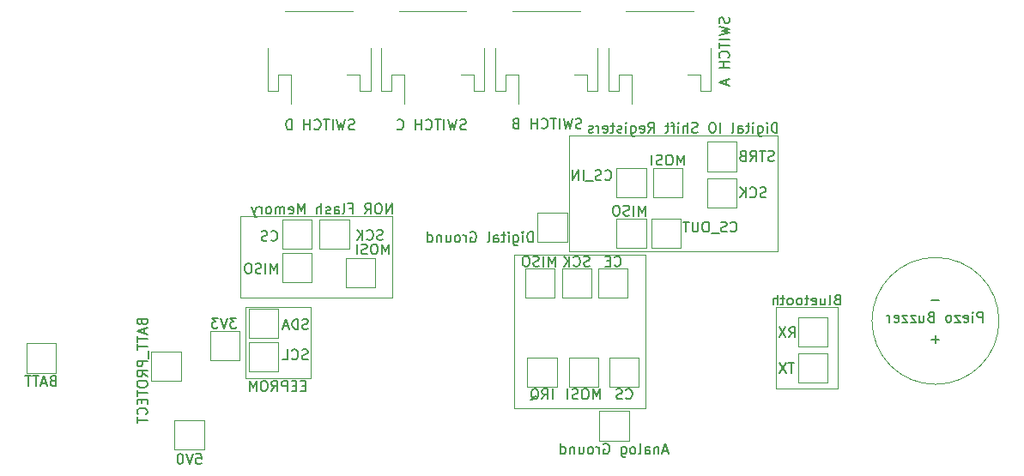
<source format=gbr>
%TF.GenerationSoftware,KiCad,Pcbnew,5.1.9-73d0e3b20d~88~ubuntu20.04.1*%
%TF.CreationDate,2021-03-25T20:20:19-05:00*%
%TF.ProjectId,DroneController,44726f6e-6543-46f6-9e74-726f6c6c6572,rev?*%
%TF.SameCoordinates,Original*%
%TF.FileFunction,Legend,Bot*%
%TF.FilePolarity,Positive*%
%FSLAX46Y46*%
G04 Gerber Fmt 4.6, Leading zero omitted, Abs format (unit mm)*
G04 Created by KiCad (PCBNEW 5.1.9-73d0e3b20d~88~ubuntu20.04.1) date 2021-03-25 20:20:19*
%MOMM*%
%LPD*%
G01*
G04 APERTURE LIST*
%ADD10C,0.150000*%
%ADD11C,0.120000*%
G04 APERTURE END LIST*
D10*
X183204761Y-81390476D02*
X183252380Y-81533333D01*
X183252380Y-81771428D01*
X183204761Y-81866666D01*
X183157142Y-81914285D01*
X183061904Y-81961904D01*
X182966666Y-81961904D01*
X182871428Y-81914285D01*
X182823809Y-81866666D01*
X182776190Y-81771428D01*
X182728571Y-81580952D01*
X182680952Y-81485714D01*
X182633333Y-81438095D01*
X182538095Y-81390476D01*
X182442857Y-81390476D01*
X182347619Y-81438095D01*
X182300000Y-81485714D01*
X182252380Y-81580952D01*
X182252380Y-81819047D01*
X182300000Y-81961904D01*
X182252380Y-82295238D02*
X183252380Y-82533333D01*
X182538095Y-82723809D01*
X183252380Y-82914285D01*
X182252380Y-83152380D01*
X183252380Y-83533333D02*
X182252380Y-83533333D01*
X182252380Y-83866666D02*
X182252380Y-84438095D01*
X183252380Y-84152380D02*
X182252380Y-84152380D01*
X183157142Y-85342857D02*
X183204761Y-85295238D01*
X183252380Y-85152380D01*
X183252380Y-85057142D01*
X183204761Y-84914285D01*
X183109523Y-84819047D01*
X183014285Y-84771428D01*
X182823809Y-84723809D01*
X182680952Y-84723809D01*
X182490476Y-84771428D01*
X182395238Y-84819047D01*
X182300000Y-84914285D01*
X182252380Y-85057142D01*
X182252380Y-85152380D01*
X182300000Y-85295238D01*
X182347619Y-85342857D01*
X183252380Y-85771428D02*
X182252380Y-85771428D01*
X182728571Y-85771428D02*
X182728571Y-86342857D01*
X183252380Y-86342857D02*
X182252380Y-86342857D01*
X182966666Y-87533333D02*
X182966666Y-88009523D01*
X183252380Y-87438095D02*
X182252380Y-87771428D01*
X183252380Y-88104761D01*
X168680952Y-92304761D02*
X168538095Y-92352380D01*
X168300000Y-92352380D01*
X168204761Y-92304761D01*
X168157142Y-92257142D01*
X168109523Y-92161904D01*
X168109523Y-92066666D01*
X168157142Y-91971428D01*
X168204761Y-91923809D01*
X168300000Y-91876190D01*
X168490476Y-91828571D01*
X168585714Y-91780952D01*
X168633333Y-91733333D01*
X168680952Y-91638095D01*
X168680952Y-91542857D01*
X168633333Y-91447619D01*
X168585714Y-91400000D01*
X168490476Y-91352380D01*
X168252380Y-91352380D01*
X168109523Y-91400000D01*
X167776190Y-91352380D02*
X167538095Y-92352380D01*
X167347619Y-91638095D01*
X167157142Y-92352380D01*
X166919047Y-91352380D01*
X166538095Y-92352380D02*
X166538095Y-91352380D01*
X166204761Y-91352380D02*
X165633333Y-91352380D01*
X165919047Y-92352380D02*
X165919047Y-91352380D01*
X164728571Y-92257142D02*
X164776190Y-92304761D01*
X164919047Y-92352380D01*
X165014285Y-92352380D01*
X165157142Y-92304761D01*
X165252380Y-92209523D01*
X165300000Y-92114285D01*
X165347619Y-91923809D01*
X165347619Y-91780952D01*
X165300000Y-91590476D01*
X165252380Y-91495238D01*
X165157142Y-91400000D01*
X165014285Y-91352380D01*
X164919047Y-91352380D01*
X164776190Y-91400000D01*
X164728571Y-91447619D01*
X164300000Y-92352380D02*
X164300000Y-91352380D01*
X164300000Y-91828571D02*
X163728571Y-91828571D01*
X163728571Y-92352380D02*
X163728571Y-91352380D01*
X162157142Y-91828571D02*
X162014285Y-91876190D01*
X161966666Y-91923809D01*
X161919047Y-92019047D01*
X161919047Y-92161904D01*
X161966666Y-92257142D01*
X162014285Y-92304761D01*
X162109523Y-92352380D01*
X162490476Y-92352380D01*
X162490476Y-91352380D01*
X162157142Y-91352380D01*
X162061904Y-91400000D01*
X162014285Y-91447619D01*
X161966666Y-91542857D01*
X161966666Y-91638095D01*
X162014285Y-91733333D01*
X162061904Y-91780952D01*
X162157142Y-91828571D01*
X162490476Y-91828571D01*
X157280952Y-92404761D02*
X157138095Y-92452380D01*
X156900000Y-92452380D01*
X156804761Y-92404761D01*
X156757142Y-92357142D01*
X156709523Y-92261904D01*
X156709523Y-92166666D01*
X156757142Y-92071428D01*
X156804761Y-92023809D01*
X156900000Y-91976190D01*
X157090476Y-91928571D01*
X157185714Y-91880952D01*
X157233333Y-91833333D01*
X157280952Y-91738095D01*
X157280952Y-91642857D01*
X157233333Y-91547619D01*
X157185714Y-91500000D01*
X157090476Y-91452380D01*
X156852380Y-91452380D01*
X156709523Y-91500000D01*
X156376190Y-91452380D02*
X156138095Y-92452380D01*
X155947619Y-91738095D01*
X155757142Y-92452380D01*
X155519047Y-91452380D01*
X155138095Y-92452380D02*
X155138095Y-91452380D01*
X154804761Y-91452380D02*
X154233333Y-91452380D01*
X154519047Y-92452380D02*
X154519047Y-91452380D01*
X153328571Y-92357142D02*
X153376190Y-92404761D01*
X153519047Y-92452380D01*
X153614285Y-92452380D01*
X153757142Y-92404761D01*
X153852380Y-92309523D01*
X153900000Y-92214285D01*
X153947619Y-92023809D01*
X153947619Y-91880952D01*
X153900000Y-91690476D01*
X153852380Y-91595238D01*
X153757142Y-91500000D01*
X153614285Y-91452380D01*
X153519047Y-91452380D01*
X153376190Y-91500000D01*
X153328571Y-91547619D01*
X152900000Y-92452380D02*
X152900000Y-91452380D01*
X152900000Y-91928571D02*
X152328571Y-91928571D01*
X152328571Y-92452380D02*
X152328571Y-91452380D01*
X150519047Y-92357142D02*
X150566666Y-92404761D01*
X150709523Y-92452380D01*
X150804761Y-92452380D01*
X150947619Y-92404761D01*
X151042857Y-92309523D01*
X151090476Y-92214285D01*
X151138095Y-92023809D01*
X151138095Y-91880952D01*
X151090476Y-91690476D01*
X151042857Y-91595238D01*
X150947619Y-91500000D01*
X150804761Y-91452380D01*
X150709523Y-91452380D01*
X150566666Y-91500000D01*
X150519047Y-91547619D01*
X146280952Y-92404761D02*
X146138095Y-92452380D01*
X145900000Y-92452380D01*
X145804761Y-92404761D01*
X145757142Y-92357142D01*
X145709523Y-92261904D01*
X145709523Y-92166666D01*
X145757142Y-92071428D01*
X145804761Y-92023809D01*
X145900000Y-91976190D01*
X146090476Y-91928571D01*
X146185714Y-91880952D01*
X146233333Y-91833333D01*
X146280952Y-91738095D01*
X146280952Y-91642857D01*
X146233333Y-91547619D01*
X146185714Y-91500000D01*
X146090476Y-91452380D01*
X145852380Y-91452380D01*
X145709523Y-91500000D01*
X145376190Y-91452380D02*
X145138095Y-92452380D01*
X144947619Y-91738095D01*
X144757142Y-92452380D01*
X144519047Y-91452380D01*
X144138095Y-92452380D02*
X144138095Y-91452380D01*
X143804761Y-91452380D02*
X143233333Y-91452380D01*
X143519047Y-92452380D02*
X143519047Y-91452380D01*
X142328571Y-92357142D02*
X142376190Y-92404761D01*
X142519047Y-92452380D01*
X142614285Y-92452380D01*
X142757142Y-92404761D01*
X142852380Y-92309523D01*
X142900000Y-92214285D01*
X142947619Y-92023809D01*
X142947619Y-91880952D01*
X142900000Y-91690476D01*
X142852380Y-91595238D01*
X142757142Y-91500000D01*
X142614285Y-91452380D01*
X142519047Y-91452380D01*
X142376190Y-91500000D01*
X142328571Y-91547619D01*
X141900000Y-92452380D02*
X141900000Y-91452380D01*
X141900000Y-91928571D02*
X141328571Y-91928571D01*
X141328571Y-92452380D02*
X141328571Y-91452380D01*
X140090476Y-92452380D02*
X140090476Y-91452380D01*
X139852380Y-91452380D01*
X139709523Y-91500000D01*
X139614285Y-91595238D01*
X139566666Y-91690476D01*
X139519047Y-91880952D01*
X139519047Y-92023809D01*
X139566666Y-92214285D01*
X139614285Y-92309523D01*
X139709523Y-92404761D01*
X139852380Y-92452380D01*
X140090476Y-92452380D01*
D11*
X209864982Y-111335018D02*
G75*
G03*
X209864982Y-111335018I-6264982J0D01*
G01*
D10*
X208266666Y-111452380D02*
X208266666Y-110452380D01*
X207885714Y-110452380D01*
X207790476Y-110500000D01*
X207742857Y-110547619D01*
X207695238Y-110642857D01*
X207695238Y-110785714D01*
X207742857Y-110880952D01*
X207790476Y-110928571D01*
X207885714Y-110976190D01*
X208266666Y-110976190D01*
X207266666Y-111452380D02*
X207266666Y-110785714D01*
X207266666Y-110452380D02*
X207314285Y-110500000D01*
X207266666Y-110547619D01*
X207219047Y-110500000D01*
X207266666Y-110452380D01*
X207266666Y-110547619D01*
X206409523Y-111404761D02*
X206504761Y-111452380D01*
X206695238Y-111452380D01*
X206790476Y-111404761D01*
X206838095Y-111309523D01*
X206838095Y-110928571D01*
X206790476Y-110833333D01*
X206695238Y-110785714D01*
X206504761Y-110785714D01*
X206409523Y-110833333D01*
X206361904Y-110928571D01*
X206361904Y-111023809D01*
X206838095Y-111119047D01*
X206028571Y-110785714D02*
X205504761Y-110785714D01*
X206028571Y-111452380D01*
X205504761Y-111452380D01*
X204980952Y-111452380D02*
X205076190Y-111404761D01*
X205123809Y-111357142D01*
X205171428Y-111261904D01*
X205171428Y-110976190D01*
X205123809Y-110880952D01*
X205076190Y-110833333D01*
X204980952Y-110785714D01*
X204838095Y-110785714D01*
X204742857Y-110833333D01*
X204695238Y-110880952D01*
X204647619Y-110976190D01*
X204647619Y-111261904D01*
X204695238Y-111357142D01*
X204742857Y-111404761D01*
X204838095Y-111452380D01*
X204980952Y-111452380D01*
X203123809Y-110928571D02*
X202980952Y-110976190D01*
X202933333Y-111023809D01*
X202885714Y-111119047D01*
X202885714Y-111261904D01*
X202933333Y-111357142D01*
X202980952Y-111404761D01*
X203076190Y-111452380D01*
X203457142Y-111452380D01*
X203457142Y-110452380D01*
X203123809Y-110452380D01*
X203028571Y-110500000D01*
X202980952Y-110547619D01*
X202933333Y-110642857D01*
X202933333Y-110738095D01*
X202980952Y-110833333D01*
X203028571Y-110880952D01*
X203123809Y-110928571D01*
X203457142Y-110928571D01*
X202028571Y-110785714D02*
X202028571Y-111452380D01*
X202457142Y-110785714D02*
X202457142Y-111309523D01*
X202409523Y-111404761D01*
X202314285Y-111452380D01*
X202171428Y-111452380D01*
X202076190Y-111404761D01*
X202028571Y-111357142D01*
X201647619Y-110785714D02*
X201123809Y-110785714D01*
X201647619Y-111452380D01*
X201123809Y-111452380D01*
X200838095Y-110785714D02*
X200314285Y-110785714D01*
X200838095Y-111452380D01*
X200314285Y-111452380D01*
X199552380Y-111404761D02*
X199647619Y-111452380D01*
X199838095Y-111452380D01*
X199933333Y-111404761D01*
X199980952Y-111309523D01*
X199980952Y-110928571D01*
X199933333Y-110833333D01*
X199838095Y-110785714D01*
X199647619Y-110785714D01*
X199552380Y-110833333D01*
X199504761Y-110928571D01*
X199504761Y-111023809D01*
X199980952Y-111119047D01*
X199076190Y-111452380D02*
X199076190Y-110785714D01*
X199076190Y-110976190D02*
X199028571Y-110880952D01*
X198980952Y-110833333D01*
X198885714Y-110785714D01*
X198790476Y-110785714D01*
X141461904Y-117728571D02*
X141128571Y-117728571D01*
X140985714Y-118252380D02*
X141461904Y-118252380D01*
X141461904Y-117252380D01*
X140985714Y-117252380D01*
X140557142Y-117728571D02*
X140223809Y-117728571D01*
X140080952Y-118252380D02*
X140557142Y-118252380D01*
X140557142Y-117252380D01*
X140080952Y-117252380D01*
X139652380Y-118252380D02*
X139652380Y-117252380D01*
X139271428Y-117252380D01*
X139176190Y-117300000D01*
X139128571Y-117347619D01*
X139080952Y-117442857D01*
X139080952Y-117585714D01*
X139128571Y-117680952D01*
X139176190Y-117728571D01*
X139271428Y-117776190D01*
X139652380Y-117776190D01*
X138080952Y-118252380D02*
X138414285Y-117776190D01*
X138652380Y-118252380D02*
X138652380Y-117252380D01*
X138271428Y-117252380D01*
X138176190Y-117300000D01*
X138128571Y-117347619D01*
X138080952Y-117442857D01*
X138080952Y-117585714D01*
X138128571Y-117680952D01*
X138176190Y-117728571D01*
X138271428Y-117776190D01*
X138652380Y-117776190D01*
X137461904Y-117252380D02*
X137271428Y-117252380D01*
X137176190Y-117300000D01*
X137080952Y-117395238D01*
X137033333Y-117585714D01*
X137033333Y-117919047D01*
X137080952Y-118109523D01*
X137176190Y-118204761D01*
X137271428Y-118252380D01*
X137461904Y-118252380D01*
X137557142Y-118204761D01*
X137652380Y-118109523D01*
X137700000Y-117919047D01*
X137700000Y-117585714D01*
X137652380Y-117395238D01*
X137557142Y-117300000D01*
X137461904Y-117252380D01*
X136604761Y-118252380D02*
X136604761Y-117252380D01*
X136271428Y-117966666D01*
X135938095Y-117252380D01*
X135938095Y-118252380D01*
X149980952Y-100752380D02*
X149980952Y-99752380D01*
X149409523Y-100752380D01*
X149409523Y-99752380D01*
X148742857Y-99752380D02*
X148552380Y-99752380D01*
X148457142Y-99800000D01*
X148361904Y-99895238D01*
X148314285Y-100085714D01*
X148314285Y-100419047D01*
X148361904Y-100609523D01*
X148457142Y-100704761D01*
X148552380Y-100752380D01*
X148742857Y-100752380D01*
X148838095Y-100704761D01*
X148933333Y-100609523D01*
X148980952Y-100419047D01*
X148980952Y-100085714D01*
X148933333Y-99895238D01*
X148838095Y-99800000D01*
X148742857Y-99752380D01*
X147314285Y-100752380D02*
X147647619Y-100276190D01*
X147885714Y-100752380D02*
X147885714Y-99752380D01*
X147504761Y-99752380D01*
X147409523Y-99800000D01*
X147361904Y-99847619D01*
X147314285Y-99942857D01*
X147314285Y-100085714D01*
X147361904Y-100180952D01*
X147409523Y-100228571D01*
X147504761Y-100276190D01*
X147885714Y-100276190D01*
X145790476Y-100228571D02*
X146123809Y-100228571D01*
X146123809Y-100752380D02*
X146123809Y-99752380D01*
X145647619Y-99752380D01*
X145123809Y-100752380D02*
X145219047Y-100704761D01*
X145266666Y-100609523D01*
X145266666Y-99752380D01*
X144314285Y-100752380D02*
X144314285Y-100228571D01*
X144361904Y-100133333D01*
X144457142Y-100085714D01*
X144647619Y-100085714D01*
X144742857Y-100133333D01*
X144314285Y-100704761D02*
X144409523Y-100752380D01*
X144647619Y-100752380D01*
X144742857Y-100704761D01*
X144790476Y-100609523D01*
X144790476Y-100514285D01*
X144742857Y-100419047D01*
X144647619Y-100371428D01*
X144409523Y-100371428D01*
X144314285Y-100323809D01*
X143885714Y-100704761D02*
X143790476Y-100752380D01*
X143600000Y-100752380D01*
X143504761Y-100704761D01*
X143457142Y-100609523D01*
X143457142Y-100561904D01*
X143504761Y-100466666D01*
X143600000Y-100419047D01*
X143742857Y-100419047D01*
X143838095Y-100371428D01*
X143885714Y-100276190D01*
X143885714Y-100228571D01*
X143838095Y-100133333D01*
X143742857Y-100085714D01*
X143600000Y-100085714D01*
X143504761Y-100133333D01*
X143028571Y-100752380D02*
X143028571Y-99752380D01*
X142600000Y-100752380D02*
X142600000Y-100228571D01*
X142647619Y-100133333D01*
X142742857Y-100085714D01*
X142885714Y-100085714D01*
X142980952Y-100133333D01*
X143028571Y-100180952D01*
X141361904Y-100752380D02*
X141361904Y-99752380D01*
X141028571Y-100466666D01*
X140695238Y-99752380D01*
X140695238Y-100752380D01*
X139838095Y-100704761D02*
X139933333Y-100752380D01*
X140123809Y-100752380D01*
X140219047Y-100704761D01*
X140266666Y-100609523D01*
X140266666Y-100228571D01*
X140219047Y-100133333D01*
X140123809Y-100085714D01*
X139933333Y-100085714D01*
X139838095Y-100133333D01*
X139790476Y-100228571D01*
X139790476Y-100323809D01*
X140266666Y-100419047D01*
X139361904Y-100752380D02*
X139361904Y-100085714D01*
X139361904Y-100180952D02*
X139314285Y-100133333D01*
X139219047Y-100085714D01*
X139076190Y-100085714D01*
X138980952Y-100133333D01*
X138933333Y-100228571D01*
X138933333Y-100752380D01*
X138933333Y-100228571D02*
X138885714Y-100133333D01*
X138790476Y-100085714D01*
X138647619Y-100085714D01*
X138552380Y-100133333D01*
X138504761Y-100228571D01*
X138504761Y-100752380D01*
X137885714Y-100752380D02*
X137980952Y-100704761D01*
X138028571Y-100657142D01*
X138076190Y-100561904D01*
X138076190Y-100276190D01*
X138028571Y-100180952D01*
X137980952Y-100133333D01*
X137885714Y-100085714D01*
X137742857Y-100085714D01*
X137647619Y-100133333D01*
X137600000Y-100180952D01*
X137552380Y-100276190D01*
X137552380Y-100561904D01*
X137600000Y-100657142D01*
X137647619Y-100704761D01*
X137742857Y-100752380D01*
X137885714Y-100752380D01*
X137123809Y-100752380D02*
X137123809Y-100085714D01*
X137123809Y-100276190D02*
X137076190Y-100180952D01*
X137028571Y-100133333D01*
X136933333Y-100085714D01*
X136838095Y-100085714D01*
X136600000Y-100085714D02*
X136361904Y-100752380D01*
X136123809Y-100085714D02*
X136361904Y-100752380D01*
X136457142Y-100990476D01*
X136504761Y-101038095D01*
X136600000Y-101085714D01*
X187985714Y-92752380D02*
X187985714Y-91752380D01*
X187747619Y-91752380D01*
X187604761Y-91800000D01*
X187509523Y-91895238D01*
X187461904Y-91990476D01*
X187414285Y-92180952D01*
X187414285Y-92323809D01*
X187461904Y-92514285D01*
X187509523Y-92609523D01*
X187604761Y-92704761D01*
X187747619Y-92752380D01*
X187985714Y-92752380D01*
X186985714Y-92752380D02*
X186985714Y-92085714D01*
X186985714Y-91752380D02*
X187033333Y-91800000D01*
X186985714Y-91847619D01*
X186938095Y-91800000D01*
X186985714Y-91752380D01*
X186985714Y-91847619D01*
X186080952Y-92085714D02*
X186080952Y-92895238D01*
X186128571Y-92990476D01*
X186176190Y-93038095D01*
X186271428Y-93085714D01*
X186414285Y-93085714D01*
X186509523Y-93038095D01*
X186080952Y-92704761D02*
X186176190Y-92752380D01*
X186366666Y-92752380D01*
X186461904Y-92704761D01*
X186509523Y-92657142D01*
X186557142Y-92561904D01*
X186557142Y-92276190D01*
X186509523Y-92180952D01*
X186461904Y-92133333D01*
X186366666Y-92085714D01*
X186176190Y-92085714D01*
X186080952Y-92133333D01*
X185604761Y-92752380D02*
X185604761Y-92085714D01*
X185604761Y-91752380D02*
X185652380Y-91800000D01*
X185604761Y-91847619D01*
X185557142Y-91800000D01*
X185604761Y-91752380D01*
X185604761Y-91847619D01*
X185271428Y-92085714D02*
X184890476Y-92085714D01*
X185128571Y-91752380D02*
X185128571Y-92609523D01*
X185080952Y-92704761D01*
X184985714Y-92752380D01*
X184890476Y-92752380D01*
X184128571Y-92752380D02*
X184128571Y-92228571D01*
X184176190Y-92133333D01*
X184271428Y-92085714D01*
X184461904Y-92085714D01*
X184557142Y-92133333D01*
X184128571Y-92704761D02*
X184223809Y-92752380D01*
X184461904Y-92752380D01*
X184557142Y-92704761D01*
X184604761Y-92609523D01*
X184604761Y-92514285D01*
X184557142Y-92419047D01*
X184461904Y-92371428D01*
X184223809Y-92371428D01*
X184128571Y-92323809D01*
X183509523Y-92752380D02*
X183604761Y-92704761D01*
X183652380Y-92609523D01*
X183652380Y-91752380D01*
X182366666Y-92752380D02*
X182366666Y-91752380D01*
X181700000Y-91752380D02*
X181509523Y-91752380D01*
X181414285Y-91800000D01*
X181319047Y-91895238D01*
X181271428Y-92085714D01*
X181271428Y-92419047D01*
X181319047Y-92609523D01*
X181414285Y-92704761D01*
X181509523Y-92752380D01*
X181700000Y-92752380D01*
X181795238Y-92704761D01*
X181890476Y-92609523D01*
X181938095Y-92419047D01*
X181938095Y-92085714D01*
X181890476Y-91895238D01*
X181795238Y-91800000D01*
X181700000Y-91752380D01*
X180128571Y-92704761D02*
X179985714Y-92752380D01*
X179747619Y-92752380D01*
X179652380Y-92704761D01*
X179604761Y-92657142D01*
X179557142Y-92561904D01*
X179557142Y-92466666D01*
X179604761Y-92371428D01*
X179652380Y-92323809D01*
X179747619Y-92276190D01*
X179938095Y-92228571D01*
X180033333Y-92180952D01*
X180080952Y-92133333D01*
X180128571Y-92038095D01*
X180128571Y-91942857D01*
X180080952Y-91847619D01*
X180033333Y-91800000D01*
X179938095Y-91752380D01*
X179700000Y-91752380D01*
X179557142Y-91800000D01*
X179128571Y-92752380D02*
X179128571Y-91752380D01*
X178700000Y-92752380D02*
X178700000Y-92228571D01*
X178747619Y-92133333D01*
X178842857Y-92085714D01*
X178985714Y-92085714D01*
X179080952Y-92133333D01*
X179128571Y-92180952D01*
X178223809Y-92752380D02*
X178223809Y-92085714D01*
X178223809Y-91752380D02*
X178271428Y-91800000D01*
X178223809Y-91847619D01*
X178176190Y-91800000D01*
X178223809Y-91752380D01*
X178223809Y-91847619D01*
X177890476Y-92085714D02*
X177509523Y-92085714D01*
X177747619Y-92752380D02*
X177747619Y-91895238D01*
X177700000Y-91800000D01*
X177604761Y-91752380D01*
X177509523Y-91752380D01*
X177319047Y-92085714D02*
X176938095Y-92085714D01*
X177176190Y-91752380D02*
X177176190Y-92609523D01*
X177128571Y-92704761D01*
X177033333Y-92752380D01*
X176938095Y-92752380D01*
X175271428Y-92752380D02*
X175604761Y-92276190D01*
X175842857Y-92752380D02*
X175842857Y-91752380D01*
X175461904Y-91752380D01*
X175366666Y-91800000D01*
X175319047Y-91847619D01*
X175271428Y-91942857D01*
X175271428Y-92085714D01*
X175319047Y-92180952D01*
X175366666Y-92228571D01*
X175461904Y-92276190D01*
X175842857Y-92276190D01*
X174461904Y-92704761D02*
X174557142Y-92752380D01*
X174747619Y-92752380D01*
X174842857Y-92704761D01*
X174890476Y-92609523D01*
X174890476Y-92228571D01*
X174842857Y-92133333D01*
X174747619Y-92085714D01*
X174557142Y-92085714D01*
X174461904Y-92133333D01*
X174414285Y-92228571D01*
X174414285Y-92323809D01*
X174890476Y-92419047D01*
X173557142Y-92085714D02*
X173557142Y-92895238D01*
X173604761Y-92990476D01*
X173652380Y-93038095D01*
X173747619Y-93085714D01*
X173890476Y-93085714D01*
X173985714Y-93038095D01*
X173557142Y-92704761D02*
X173652380Y-92752380D01*
X173842857Y-92752380D01*
X173938095Y-92704761D01*
X173985714Y-92657142D01*
X174033333Y-92561904D01*
X174033333Y-92276190D01*
X173985714Y-92180952D01*
X173938095Y-92133333D01*
X173842857Y-92085714D01*
X173652380Y-92085714D01*
X173557142Y-92133333D01*
X173080952Y-92752380D02*
X173080952Y-92085714D01*
X173080952Y-91752380D02*
X173128571Y-91800000D01*
X173080952Y-91847619D01*
X173033333Y-91800000D01*
X173080952Y-91752380D01*
X173080952Y-91847619D01*
X172652380Y-92704761D02*
X172557142Y-92752380D01*
X172366666Y-92752380D01*
X172271428Y-92704761D01*
X172223809Y-92609523D01*
X172223809Y-92561904D01*
X172271428Y-92466666D01*
X172366666Y-92419047D01*
X172509523Y-92419047D01*
X172604761Y-92371428D01*
X172652380Y-92276190D01*
X172652380Y-92228571D01*
X172604761Y-92133333D01*
X172509523Y-92085714D01*
X172366666Y-92085714D01*
X172271428Y-92133333D01*
X171938095Y-92085714D02*
X171557142Y-92085714D01*
X171795238Y-91752380D02*
X171795238Y-92609523D01*
X171747619Y-92704761D01*
X171652380Y-92752380D01*
X171557142Y-92752380D01*
X170842857Y-92704761D02*
X170938095Y-92752380D01*
X171128571Y-92752380D01*
X171223809Y-92704761D01*
X171271428Y-92609523D01*
X171271428Y-92228571D01*
X171223809Y-92133333D01*
X171128571Y-92085714D01*
X170938095Y-92085714D01*
X170842857Y-92133333D01*
X170795238Y-92228571D01*
X170795238Y-92323809D01*
X171271428Y-92419047D01*
X170366666Y-92752380D02*
X170366666Y-92085714D01*
X170366666Y-92276190D02*
X170319047Y-92180952D01*
X170271428Y-92133333D01*
X170176190Y-92085714D01*
X170080952Y-92085714D01*
X169795238Y-92704761D02*
X169700000Y-92752380D01*
X169509523Y-92752380D01*
X169414285Y-92704761D01*
X169366666Y-92609523D01*
X169366666Y-92561904D01*
X169414285Y-92466666D01*
X169509523Y-92419047D01*
X169652380Y-92419047D01*
X169747619Y-92371428D01*
X169795238Y-92276190D01*
X169795238Y-92228571D01*
X169747619Y-92133333D01*
X169652380Y-92085714D01*
X169509523Y-92085714D01*
X169414285Y-92133333D01*
D11*
X194000000Y-118000000D02*
X194000000Y-110000000D01*
X187900000Y-118000000D02*
X194000000Y-118000000D01*
X187900000Y-110000000D02*
X187900000Y-118000000D01*
X194000000Y-110000000D02*
X187900000Y-110000000D01*
X135000000Y-101000000D02*
X150000000Y-101000000D01*
X135000000Y-109000000D02*
X135000000Y-101000000D01*
X150000000Y-109000000D02*
X135000000Y-109000000D01*
X150000000Y-101000000D02*
X150000000Y-109000000D01*
X135500000Y-117000000D02*
X142000000Y-117000000D01*
X135500000Y-110000000D02*
X135500000Y-117000000D01*
X142000000Y-110000000D02*
X135500000Y-110000000D01*
X142000000Y-117000000D02*
X142000000Y-110000000D01*
X175000000Y-120000000D02*
X175000000Y-104800000D01*
X162000000Y-120000000D02*
X175000000Y-120000000D01*
X162000000Y-104800000D02*
X162000000Y-120000000D01*
X175000000Y-104800000D02*
X162000000Y-104800000D01*
X167500000Y-93000000D02*
X188000000Y-93000000D01*
X167500000Y-104500000D02*
X167500000Y-93000000D01*
X188000000Y-104500000D02*
X167500000Y-104500000D01*
X188000000Y-93000000D02*
X188000000Y-104500000D01*
D10*
X125328571Y-111461904D02*
X125376190Y-111604761D01*
X125423809Y-111652380D01*
X125519047Y-111700000D01*
X125661904Y-111700000D01*
X125757142Y-111652380D01*
X125804761Y-111604761D01*
X125852380Y-111509523D01*
X125852380Y-111128571D01*
X124852380Y-111128571D01*
X124852380Y-111461904D01*
X124900000Y-111557142D01*
X124947619Y-111604761D01*
X125042857Y-111652380D01*
X125138095Y-111652380D01*
X125233333Y-111604761D01*
X125280952Y-111557142D01*
X125328571Y-111461904D01*
X125328571Y-111128571D01*
X125566666Y-112080952D02*
X125566666Y-112557142D01*
X125852380Y-111985714D02*
X124852380Y-112319047D01*
X125852380Y-112652380D01*
X124852380Y-112842857D02*
X124852380Y-113414285D01*
X125852380Y-113128571D02*
X124852380Y-113128571D01*
X124852380Y-113604761D02*
X124852380Y-114176190D01*
X125852380Y-113890476D02*
X124852380Y-113890476D01*
X125947619Y-114271428D02*
X125947619Y-115033333D01*
X125852380Y-115271428D02*
X124852380Y-115271428D01*
X124852380Y-115652380D01*
X124900000Y-115747619D01*
X124947619Y-115795238D01*
X125042857Y-115842857D01*
X125185714Y-115842857D01*
X125280952Y-115795238D01*
X125328571Y-115747619D01*
X125376190Y-115652380D01*
X125376190Y-115271428D01*
X125852380Y-116842857D02*
X125376190Y-116509523D01*
X125852380Y-116271428D02*
X124852380Y-116271428D01*
X124852380Y-116652380D01*
X124900000Y-116747619D01*
X124947619Y-116795238D01*
X125042857Y-116842857D01*
X125185714Y-116842857D01*
X125280952Y-116795238D01*
X125328571Y-116747619D01*
X125376190Y-116652380D01*
X125376190Y-116271428D01*
X124852380Y-117461904D02*
X124852380Y-117652380D01*
X124900000Y-117747619D01*
X124995238Y-117842857D01*
X125185714Y-117890476D01*
X125519047Y-117890476D01*
X125709523Y-117842857D01*
X125804761Y-117747619D01*
X125852380Y-117652380D01*
X125852380Y-117461904D01*
X125804761Y-117366666D01*
X125709523Y-117271428D01*
X125519047Y-117223809D01*
X125185714Y-117223809D01*
X124995238Y-117271428D01*
X124900000Y-117366666D01*
X124852380Y-117461904D01*
X124852380Y-118176190D02*
X124852380Y-118747619D01*
X125852380Y-118461904D02*
X124852380Y-118461904D01*
X125328571Y-119080952D02*
X125328571Y-119414285D01*
X125852380Y-119557142D02*
X125852380Y-119080952D01*
X124852380Y-119080952D01*
X124852380Y-119557142D01*
X125757142Y-120557142D02*
X125804761Y-120509523D01*
X125852380Y-120366666D01*
X125852380Y-120271428D01*
X125804761Y-120128571D01*
X125709523Y-120033333D01*
X125614285Y-119985714D01*
X125423809Y-119938095D01*
X125280952Y-119938095D01*
X125090476Y-119985714D01*
X124995238Y-120033333D01*
X124900000Y-120128571D01*
X124852380Y-120271428D01*
X124852380Y-120366666D01*
X124900000Y-120509523D01*
X124947619Y-120557142D01*
X124852380Y-120842857D02*
X124852380Y-121414285D01*
X125852380Y-121128571D02*
X124852380Y-121128571D01*
X116519047Y-117228571D02*
X116376190Y-117276190D01*
X116328571Y-117323809D01*
X116280952Y-117419047D01*
X116280952Y-117561904D01*
X116328571Y-117657142D01*
X116376190Y-117704761D01*
X116471428Y-117752380D01*
X116852380Y-117752380D01*
X116852380Y-116752380D01*
X116519047Y-116752380D01*
X116423809Y-116800000D01*
X116376190Y-116847619D01*
X116328571Y-116942857D01*
X116328571Y-117038095D01*
X116376190Y-117133333D01*
X116423809Y-117180952D01*
X116519047Y-117228571D01*
X116852380Y-117228571D01*
X115900000Y-117466666D02*
X115423809Y-117466666D01*
X115995238Y-117752380D02*
X115661904Y-116752380D01*
X115328571Y-117752380D01*
X115138095Y-116752380D02*
X114566666Y-116752380D01*
X114852380Y-117752380D02*
X114852380Y-116752380D01*
X114376190Y-116752380D02*
X113804761Y-116752380D01*
X114090476Y-117752380D02*
X114090476Y-116752380D01*
X130666666Y-124452380D02*
X131142857Y-124452380D01*
X131190476Y-124928571D01*
X131142857Y-124880952D01*
X131047619Y-124833333D01*
X130809523Y-124833333D01*
X130714285Y-124880952D01*
X130666666Y-124928571D01*
X130619047Y-125023809D01*
X130619047Y-125261904D01*
X130666666Y-125357142D01*
X130714285Y-125404761D01*
X130809523Y-125452380D01*
X131047619Y-125452380D01*
X131142857Y-125404761D01*
X131190476Y-125357142D01*
X130333333Y-124452380D02*
X130000000Y-125452380D01*
X129666666Y-124452380D01*
X129142857Y-124452380D02*
X129047619Y-124452380D01*
X128952380Y-124500000D01*
X128904761Y-124547619D01*
X128857142Y-124642857D01*
X128809523Y-124833333D01*
X128809523Y-125071428D01*
X128857142Y-125261904D01*
X128904761Y-125357142D01*
X128952380Y-125404761D01*
X129047619Y-125452380D01*
X129142857Y-125452380D01*
X129238095Y-125404761D01*
X129285714Y-125357142D01*
X129333333Y-125261904D01*
X129380952Y-125071428D01*
X129380952Y-124833333D01*
X129333333Y-124642857D01*
X129285714Y-124547619D01*
X129238095Y-124500000D01*
X129142857Y-124452380D01*
X134638095Y-111052380D02*
X134019047Y-111052380D01*
X134352380Y-111433333D01*
X134209523Y-111433333D01*
X134114285Y-111480952D01*
X134066666Y-111528571D01*
X134019047Y-111623809D01*
X134019047Y-111861904D01*
X134066666Y-111957142D01*
X134114285Y-112004761D01*
X134209523Y-112052380D01*
X134495238Y-112052380D01*
X134590476Y-112004761D01*
X134638095Y-111957142D01*
X133733333Y-111052380D02*
X133400000Y-112052380D01*
X133066666Y-111052380D01*
X132828571Y-111052380D02*
X132209523Y-111052380D01*
X132542857Y-111433333D01*
X132400000Y-111433333D01*
X132304761Y-111480952D01*
X132257142Y-111528571D01*
X132209523Y-111623809D01*
X132209523Y-111861904D01*
X132257142Y-111957142D01*
X132304761Y-112004761D01*
X132400000Y-112052380D01*
X132685714Y-112052380D01*
X132780952Y-112004761D01*
X132828571Y-111957142D01*
X141690476Y-115104761D02*
X141547619Y-115152380D01*
X141309523Y-115152380D01*
X141214285Y-115104761D01*
X141166666Y-115057142D01*
X141119047Y-114961904D01*
X141119047Y-114866666D01*
X141166666Y-114771428D01*
X141214285Y-114723809D01*
X141309523Y-114676190D01*
X141500000Y-114628571D01*
X141595238Y-114580952D01*
X141642857Y-114533333D01*
X141690476Y-114438095D01*
X141690476Y-114342857D01*
X141642857Y-114247619D01*
X141595238Y-114200000D01*
X141500000Y-114152380D01*
X141261904Y-114152380D01*
X141119047Y-114200000D01*
X140119047Y-115057142D02*
X140166666Y-115104761D01*
X140309523Y-115152380D01*
X140404761Y-115152380D01*
X140547619Y-115104761D01*
X140642857Y-115009523D01*
X140690476Y-114914285D01*
X140738095Y-114723809D01*
X140738095Y-114580952D01*
X140690476Y-114390476D01*
X140642857Y-114295238D01*
X140547619Y-114200000D01*
X140404761Y-114152380D01*
X140309523Y-114152380D01*
X140166666Y-114200000D01*
X140119047Y-114247619D01*
X139214285Y-115152380D02*
X139690476Y-115152380D01*
X139690476Y-114152380D01*
X141714285Y-112104761D02*
X141571428Y-112152380D01*
X141333333Y-112152380D01*
X141238095Y-112104761D01*
X141190476Y-112057142D01*
X141142857Y-111961904D01*
X141142857Y-111866666D01*
X141190476Y-111771428D01*
X141238095Y-111723809D01*
X141333333Y-111676190D01*
X141523809Y-111628571D01*
X141619047Y-111580952D01*
X141666666Y-111533333D01*
X141714285Y-111438095D01*
X141714285Y-111342857D01*
X141666666Y-111247619D01*
X141619047Y-111200000D01*
X141523809Y-111152380D01*
X141285714Y-111152380D01*
X141142857Y-111200000D01*
X140714285Y-112152380D02*
X140714285Y-111152380D01*
X140476190Y-111152380D01*
X140333333Y-111200000D01*
X140238095Y-111295238D01*
X140190476Y-111390476D01*
X140142857Y-111580952D01*
X140142857Y-111723809D01*
X140190476Y-111914285D01*
X140238095Y-112009523D01*
X140333333Y-112104761D01*
X140476190Y-112152380D01*
X140714285Y-112152380D01*
X139761904Y-111866666D02*
X139285714Y-111866666D01*
X139857142Y-112152380D02*
X139523809Y-111152380D01*
X139190476Y-112152380D01*
X138671428Y-106652380D02*
X138671428Y-105652380D01*
X138338095Y-106366666D01*
X138004761Y-105652380D01*
X138004761Y-106652380D01*
X137528571Y-106652380D02*
X137528571Y-105652380D01*
X137100000Y-106604761D02*
X136957142Y-106652380D01*
X136719047Y-106652380D01*
X136623809Y-106604761D01*
X136576190Y-106557142D01*
X136528571Y-106461904D01*
X136528571Y-106366666D01*
X136576190Y-106271428D01*
X136623809Y-106223809D01*
X136719047Y-106176190D01*
X136909523Y-106128571D01*
X137004761Y-106080952D01*
X137052380Y-106033333D01*
X137100000Y-105938095D01*
X137100000Y-105842857D01*
X137052380Y-105747619D01*
X137004761Y-105700000D01*
X136909523Y-105652380D01*
X136671428Y-105652380D01*
X136528571Y-105700000D01*
X135909523Y-105652380D02*
X135719047Y-105652380D01*
X135623809Y-105700000D01*
X135528571Y-105795238D01*
X135480952Y-105985714D01*
X135480952Y-106319047D01*
X135528571Y-106509523D01*
X135623809Y-106604761D01*
X135719047Y-106652380D01*
X135909523Y-106652380D01*
X136004761Y-106604761D01*
X136100000Y-106509523D01*
X136147619Y-106319047D01*
X136147619Y-105985714D01*
X136100000Y-105795238D01*
X136004761Y-105700000D01*
X135909523Y-105652380D01*
X138066666Y-103357142D02*
X138114285Y-103404761D01*
X138257142Y-103452380D01*
X138352380Y-103452380D01*
X138495238Y-103404761D01*
X138590476Y-103309523D01*
X138638095Y-103214285D01*
X138685714Y-103023809D01*
X138685714Y-102880952D01*
X138638095Y-102690476D01*
X138590476Y-102595238D01*
X138495238Y-102500000D01*
X138352380Y-102452380D01*
X138257142Y-102452380D01*
X138114285Y-102500000D01*
X138066666Y-102547619D01*
X137685714Y-103404761D02*
X137542857Y-103452380D01*
X137304761Y-103452380D01*
X137209523Y-103404761D01*
X137161904Y-103357142D01*
X137114285Y-103261904D01*
X137114285Y-103166666D01*
X137161904Y-103071428D01*
X137209523Y-103023809D01*
X137304761Y-102976190D01*
X137495238Y-102928571D01*
X137590476Y-102880952D01*
X137638095Y-102833333D01*
X137685714Y-102738095D01*
X137685714Y-102642857D01*
X137638095Y-102547619D01*
X137590476Y-102500000D01*
X137495238Y-102452380D01*
X137257142Y-102452380D01*
X137114285Y-102500000D01*
X149085714Y-103304761D02*
X148942857Y-103352380D01*
X148704761Y-103352380D01*
X148609523Y-103304761D01*
X148561904Y-103257142D01*
X148514285Y-103161904D01*
X148514285Y-103066666D01*
X148561904Y-102971428D01*
X148609523Y-102923809D01*
X148704761Y-102876190D01*
X148895238Y-102828571D01*
X148990476Y-102780952D01*
X149038095Y-102733333D01*
X149085714Y-102638095D01*
X149085714Y-102542857D01*
X149038095Y-102447619D01*
X148990476Y-102400000D01*
X148895238Y-102352380D01*
X148657142Y-102352380D01*
X148514285Y-102400000D01*
X147514285Y-103257142D02*
X147561904Y-103304761D01*
X147704761Y-103352380D01*
X147800000Y-103352380D01*
X147942857Y-103304761D01*
X148038095Y-103209523D01*
X148085714Y-103114285D01*
X148133333Y-102923809D01*
X148133333Y-102780952D01*
X148085714Y-102590476D01*
X148038095Y-102495238D01*
X147942857Y-102400000D01*
X147800000Y-102352380D01*
X147704761Y-102352380D01*
X147561904Y-102400000D01*
X147514285Y-102447619D01*
X147085714Y-103352380D02*
X147085714Y-102352380D01*
X146514285Y-103352380D02*
X146942857Y-102780952D01*
X146514285Y-102352380D02*
X147085714Y-102923809D01*
X149671428Y-104752380D02*
X149671428Y-103752380D01*
X149338095Y-104466666D01*
X149004761Y-103752380D01*
X149004761Y-104752380D01*
X148338095Y-103752380D02*
X148147619Y-103752380D01*
X148052380Y-103800000D01*
X147957142Y-103895238D01*
X147909523Y-104085714D01*
X147909523Y-104419047D01*
X147957142Y-104609523D01*
X148052380Y-104704761D01*
X148147619Y-104752380D01*
X148338095Y-104752380D01*
X148433333Y-104704761D01*
X148528571Y-104609523D01*
X148576190Y-104419047D01*
X148576190Y-104085714D01*
X148528571Y-103895238D01*
X148433333Y-103800000D01*
X148338095Y-103752380D01*
X147528571Y-104704761D02*
X147385714Y-104752380D01*
X147147619Y-104752380D01*
X147052380Y-104704761D01*
X147004761Y-104657142D01*
X146957142Y-104561904D01*
X146957142Y-104466666D01*
X147004761Y-104371428D01*
X147052380Y-104323809D01*
X147147619Y-104276190D01*
X147338095Y-104228571D01*
X147433333Y-104180952D01*
X147480952Y-104133333D01*
X147528571Y-104038095D01*
X147528571Y-103942857D01*
X147480952Y-103847619D01*
X147433333Y-103800000D01*
X147338095Y-103752380D01*
X147100000Y-103752380D01*
X146957142Y-103800000D01*
X146528571Y-104752380D02*
X146528571Y-103752380D01*
X174971428Y-100952380D02*
X174971428Y-99952380D01*
X174638095Y-100666666D01*
X174304761Y-99952380D01*
X174304761Y-100952380D01*
X173828571Y-100952380D02*
X173828571Y-99952380D01*
X173400000Y-100904761D02*
X173257142Y-100952380D01*
X173019047Y-100952380D01*
X172923809Y-100904761D01*
X172876190Y-100857142D01*
X172828571Y-100761904D01*
X172828571Y-100666666D01*
X172876190Y-100571428D01*
X172923809Y-100523809D01*
X173019047Y-100476190D01*
X173209523Y-100428571D01*
X173304761Y-100380952D01*
X173352380Y-100333333D01*
X173400000Y-100238095D01*
X173400000Y-100142857D01*
X173352380Y-100047619D01*
X173304761Y-100000000D01*
X173209523Y-99952380D01*
X172971428Y-99952380D01*
X172828571Y-100000000D01*
X172209523Y-99952380D02*
X172019047Y-99952380D01*
X171923809Y-100000000D01*
X171828571Y-100095238D01*
X171780952Y-100285714D01*
X171780952Y-100619047D01*
X171828571Y-100809523D01*
X171923809Y-100904761D01*
X172019047Y-100952380D01*
X172209523Y-100952380D01*
X172304761Y-100904761D01*
X172400000Y-100809523D01*
X172447619Y-100619047D01*
X172447619Y-100285714D01*
X172400000Y-100095238D01*
X172304761Y-100000000D01*
X172209523Y-99952380D01*
X183376190Y-102457142D02*
X183423809Y-102504761D01*
X183566666Y-102552380D01*
X183661904Y-102552380D01*
X183804761Y-102504761D01*
X183900000Y-102409523D01*
X183947619Y-102314285D01*
X183995238Y-102123809D01*
X183995238Y-101980952D01*
X183947619Y-101790476D01*
X183900000Y-101695238D01*
X183804761Y-101600000D01*
X183661904Y-101552380D01*
X183566666Y-101552380D01*
X183423809Y-101600000D01*
X183376190Y-101647619D01*
X182995238Y-102504761D02*
X182852380Y-102552380D01*
X182614285Y-102552380D01*
X182519047Y-102504761D01*
X182471428Y-102457142D01*
X182423809Y-102361904D01*
X182423809Y-102266666D01*
X182471428Y-102171428D01*
X182519047Y-102123809D01*
X182614285Y-102076190D01*
X182804761Y-102028571D01*
X182900000Y-101980952D01*
X182947619Y-101933333D01*
X182995238Y-101838095D01*
X182995238Y-101742857D01*
X182947619Y-101647619D01*
X182900000Y-101600000D01*
X182804761Y-101552380D01*
X182566666Y-101552380D01*
X182423809Y-101600000D01*
X182233333Y-102647619D02*
X181471428Y-102647619D01*
X181042857Y-101552380D02*
X180852380Y-101552380D01*
X180757142Y-101600000D01*
X180661904Y-101695238D01*
X180614285Y-101885714D01*
X180614285Y-102219047D01*
X180661904Y-102409523D01*
X180757142Y-102504761D01*
X180852380Y-102552380D01*
X181042857Y-102552380D01*
X181138095Y-102504761D01*
X181233333Y-102409523D01*
X181280952Y-102219047D01*
X181280952Y-101885714D01*
X181233333Y-101695238D01*
X181138095Y-101600000D01*
X181042857Y-101552380D01*
X180185714Y-101552380D02*
X180185714Y-102361904D01*
X180138095Y-102457142D01*
X180090476Y-102504761D01*
X179995238Y-102552380D01*
X179804761Y-102552380D01*
X179709523Y-102504761D01*
X179661904Y-102457142D01*
X179614285Y-102361904D01*
X179614285Y-101552380D01*
X179280952Y-101552380D02*
X178709523Y-101552380D01*
X178995238Y-102552380D02*
X178995238Y-101552380D01*
X186885714Y-99104761D02*
X186742857Y-99152380D01*
X186504761Y-99152380D01*
X186409523Y-99104761D01*
X186361904Y-99057142D01*
X186314285Y-98961904D01*
X186314285Y-98866666D01*
X186361904Y-98771428D01*
X186409523Y-98723809D01*
X186504761Y-98676190D01*
X186695238Y-98628571D01*
X186790476Y-98580952D01*
X186838095Y-98533333D01*
X186885714Y-98438095D01*
X186885714Y-98342857D01*
X186838095Y-98247619D01*
X186790476Y-98200000D01*
X186695238Y-98152380D01*
X186457142Y-98152380D01*
X186314285Y-98200000D01*
X185314285Y-99057142D02*
X185361904Y-99104761D01*
X185504761Y-99152380D01*
X185600000Y-99152380D01*
X185742857Y-99104761D01*
X185838095Y-99009523D01*
X185885714Y-98914285D01*
X185933333Y-98723809D01*
X185933333Y-98580952D01*
X185885714Y-98390476D01*
X185838095Y-98295238D01*
X185742857Y-98200000D01*
X185600000Y-98152380D01*
X185504761Y-98152380D01*
X185361904Y-98200000D01*
X185314285Y-98247619D01*
X184885714Y-99152380D02*
X184885714Y-98152380D01*
X184314285Y-99152380D02*
X184742857Y-98580952D01*
X184314285Y-98152380D02*
X184885714Y-98723809D01*
X187666666Y-95504761D02*
X187523809Y-95552380D01*
X187285714Y-95552380D01*
X187190476Y-95504761D01*
X187142857Y-95457142D01*
X187095238Y-95361904D01*
X187095238Y-95266666D01*
X187142857Y-95171428D01*
X187190476Y-95123809D01*
X187285714Y-95076190D01*
X187476190Y-95028571D01*
X187571428Y-94980952D01*
X187619047Y-94933333D01*
X187666666Y-94838095D01*
X187666666Y-94742857D01*
X187619047Y-94647619D01*
X187571428Y-94600000D01*
X187476190Y-94552380D01*
X187238095Y-94552380D01*
X187095238Y-94600000D01*
X186809523Y-94552380D02*
X186238095Y-94552380D01*
X186523809Y-95552380D02*
X186523809Y-94552380D01*
X185333333Y-95552380D02*
X185666666Y-95076190D01*
X185904761Y-95552380D02*
X185904761Y-94552380D01*
X185523809Y-94552380D01*
X185428571Y-94600000D01*
X185380952Y-94647619D01*
X185333333Y-94742857D01*
X185333333Y-94885714D01*
X185380952Y-94980952D01*
X185428571Y-95028571D01*
X185523809Y-95076190D01*
X185904761Y-95076190D01*
X184571428Y-95028571D02*
X184428571Y-95076190D01*
X184380952Y-95123809D01*
X184333333Y-95219047D01*
X184333333Y-95361904D01*
X184380952Y-95457142D01*
X184428571Y-95504761D01*
X184523809Y-95552380D01*
X184904761Y-95552380D01*
X184904761Y-94552380D01*
X184571428Y-94552380D01*
X184476190Y-94600000D01*
X184428571Y-94647619D01*
X184380952Y-94742857D01*
X184380952Y-94838095D01*
X184428571Y-94933333D01*
X184476190Y-94980952D01*
X184571428Y-95028571D01*
X184904761Y-95028571D01*
X178771428Y-95952380D02*
X178771428Y-94952380D01*
X178438095Y-95666666D01*
X178104761Y-94952380D01*
X178104761Y-95952380D01*
X177438095Y-94952380D02*
X177247619Y-94952380D01*
X177152380Y-95000000D01*
X177057142Y-95095238D01*
X177009523Y-95285714D01*
X177009523Y-95619047D01*
X177057142Y-95809523D01*
X177152380Y-95904761D01*
X177247619Y-95952380D01*
X177438095Y-95952380D01*
X177533333Y-95904761D01*
X177628571Y-95809523D01*
X177676190Y-95619047D01*
X177676190Y-95285714D01*
X177628571Y-95095238D01*
X177533333Y-95000000D01*
X177438095Y-94952380D01*
X176628571Y-95904761D02*
X176485714Y-95952380D01*
X176247619Y-95952380D01*
X176152380Y-95904761D01*
X176104761Y-95857142D01*
X176057142Y-95761904D01*
X176057142Y-95666666D01*
X176104761Y-95571428D01*
X176152380Y-95523809D01*
X176247619Y-95476190D01*
X176438095Y-95428571D01*
X176533333Y-95380952D01*
X176580952Y-95333333D01*
X176628571Y-95238095D01*
X176628571Y-95142857D01*
X176580952Y-95047619D01*
X176533333Y-95000000D01*
X176438095Y-94952380D01*
X176200000Y-94952380D01*
X176057142Y-95000000D01*
X175628571Y-95952380D02*
X175628571Y-94952380D01*
X171009523Y-97357142D02*
X171057142Y-97404761D01*
X171200000Y-97452380D01*
X171295238Y-97452380D01*
X171438095Y-97404761D01*
X171533333Y-97309523D01*
X171580952Y-97214285D01*
X171628571Y-97023809D01*
X171628571Y-96880952D01*
X171580952Y-96690476D01*
X171533333Y-96595238D01*
X171438095Y-96500000D01*
X171295238Y-96452380D01*
X171200000Y-96452380D01*
X171057142Y-96500000D01*
X171009523Y-96547619D01*
X170628571Y-97404761D02*
X170485714Y-97452380D01*
X170247619Y-97452380D01*
X170152380Y-97404761D01*
X170104761Y-97357142D01*
X170057142Y-97261904D01*
X170057142Y-97166666D01*
X170104761Y-97071428D01*
X170152380Y-97023809D01*
X170247619Y-96976190D01*
X170438095Y-96928571D01*
X170533333Y-96880952D01*
X170580952Y-96833333D01*
X170628571Y-96738095D01*
X170628571Y-96642857D01*
X170580952Y-96547619D01*
X170533333Y-96500000D01*
X170438095Y-96452380D01*
X170200000Y-96452380D01*
X170057142Y-96500000D01*
X169866666Y-97547619D02*
X169104761Y-97547619D01*
X168866666Y-97452380D02*
X168866666Y-96452380D01*
X168390476Y-97452380D02*
X168390476Y-96452380D01*
X167819047Y-97452380D01*
X167819047Y-96452380D01*
X165823809Y-119052380D02*
X165823809Y-118052380D01*
X164776190Y-119052380D02*
X165109523Y-118576190D01*
X165347619Y-119052380D02*
X165347619Y-118052380D01*
X164966666Y-118052380D01*
X164871428Y-118100000D01*
X164823809Y-118147619D01*
X164776190Y-118242857D01*
X164776190Y-118385714D01*
X164823809Y-118480952D01*
X164871428Y-118528571D01*
X164966666Y-118576190D01*
X165347619Y-118576190D01*
X163680952Y-119147619D02*
X163776190Y-119100000D01*
X163871428Y-119004761D01*
X164014285Y-118861904D01*
X164109523Y-118814285D01*
X164204761Y-118814285D01*
X164157142Y-119052380D02*
X164252380Y-119004761D01*
X164347619Y-118909523D01*
X164395238Y-118719047D01*
X164395238Y-118385714D01*
X164347619Y-118195238D01*
X164252380Y-118100000D01*
X164157142Y-118052380D01*
X163966666Y-118052380D01*
X163871428Y-118100000D01*
X163776190Y-118195238D01*
X163728571Y-118385714D01*
X163728571Y-118719047D01*
X163776190Y-118909523D01*
X163871428Y-119004761D01*
X163966666Y-119052380D01*
X164157142Y-119052380D01*
X170471428Y-119052380D02*
X170471428Y-118052380D01*
X170138095Y-118766666D01*
X169804761Y-118052380D01*
X169804761Y-119052380D01*
X169138095Y-118052380D02*
X168947619Y-118052380D01*
X168852380Y-118100000D01*
X168757142Y-118195238D01*
X168709523Y-118385714D01*
X168709523Y-118719047D01*
X168757142Y-118909523D01*
X168852380Y-119004761D01*
X168947619Y-119052380D01*
X169138095Y-119052380D01*
X169233333Y-119004761D01*
X169328571Y-118909523D01*
X169376190Y-118719047D01*
X169376190Y-118385714D01*
X169328571Y-118195238D01*
X169233333Y-118100000D01*
X169138095Y-118052380D01*
X168328571Y-119004761D02*
X168185714Y-119052380D01*
X167947619Y-119052380D01*
X167852380Y-119004761D01*
X167804761Y-118957142D01*
X167757142Y-118861904D01*
X167757142Y-118766666D01*
X167804761Y-118671428D01*
X167852380Y-118623809D01*
X167947619Y-118576190D01*
X168138095Y-118528571D01*
X168233333Y-118480952D01*
X168280952Y-118433333D01*
X168328571Y-118338095D01*
X168328571Y-118242857D01*
X168280952Y-118147619D01*
X168233333Y-118100000D01*
X168138095Y-118052380D01*
X167900000Y-118052380D01*
X167757142Y-118100000D01*
X167328571Y-119052380D02*
X167328571Y-118052380D01*
X173066666Y-118957142D02*
X173114285Y-119004761D01*
X173257142Y-119052380D01*
X173352380Y-119052380D01*
X173495238Y-119004761D01*
X173590476Y-118909523D01*
X173638095Y-118814285D01*
X173685714Y-118623809D01*
X173685714Y-118480952D01*
X173638095Y-118290476D01*
X173590476Y-118195238D01*
X173495238Y-118100000D01*
X173352380Y-118052380D01*
X173257142Y-118052380D01*
X173114285Y-118100000D01*
X173066666Y-118147619D01*
X172685714Y-119004761D02*
X172542857Y-119052380D01*
X172304761Y-119052380D01*
X172209523Y-119004761D01*
X172161904Y-118957142D01*
X172114285Y-118861904D01*
X172114285Y-118766666D01*
X172161904Y-118671428D01*
X172209523Y-118623809D01*
X172304761Y-118576190D01*
X172495238Y-118528571D01*
X172590476Y-118480952D01*
X172638095Y-118433333D01*
X172685714Y-118338095D01*
X172685714Y-118242857D01*
X172638095Y-118147619D01*
X172590476Y-118100000D01*
X172495238Y-118052380D01*
X172257142Y-118052380D01*
X172114285Y-118100000D01*
X163890476Y-103552380D02*
X163890476Y-102552380D01*
X163652380Y-102552380D01*
X163509523Y-102600000D01*
X163414285Y-102695238D01*
X163366666Y-102790476D01*
X163319047Y-102980952D01*
X163319047Y-103123809D01*
X163366666Y-103314285D01*
X163414285Y-103409523D01*
X163509523Y-103504761D01*
X163652380Y-103552380D01*
X163890476Y-103552380D01*
X162890476Y-103552380D02*
X162890476Y-102885714D01*
X162890476Y-102552380D02*
X162938095Y-102600000D01*
X162890476Y-102647619D01*
X162842857Y-102600000D01*
X162890476Y-102552380D01*
X162890476Y-102647619D01*
X161985714Y-102885714D02*
X161985714Y-103695238D01*
X162033333Y-103790476D01*
X162080952Y-103838095D01*
X162176190Y-103885714D01*
X162319047Y-103885714D01*
X162414285Y-103838095D01*
X161985714Y-103504761D02*
X162080952Y-103552380D01*
X162271428Y-103552380D01*
X162366666Y-103504761D01*
X162414285Y-103457142D01*
X162461904Y-103361904D01*
X162461904Y-103076190D01*
X162414285Y-102980952D01*
X162366666Y-102933333D01*
X162271428Y-102885714D01*
X162080952Y-102885714D01*
X161985714Y-102933333D01*
X161509523Y-103552380D02*
X161509523Y-102885714D01*
X161509523Y-102552380D02*
X161557142Y-102600000D01*
X161509523Y-102647619D01*
X161461904Y-102600000D01*
X161509523Y-102552380D01*
X161509523Y-102647619D01*
X161176190Y-102885714D02*
X160795238Y-102885714D01*
X161033333Y-102552380D02*
X161033333Y-103409523D01*
X160985714Y-103504761D01*
X160890476Y-103552380D01*
X160795238Y-103552380D01*
X160033333Y-103552380D02*
X160033333Y-103028571D01*
X160080952Y-102933333D01*
X160176190Y-102885714D01*
X160366666Y-102885714D01*
X160461904Y-102933333D01*
X160033333Y-103504761D02*
X160128571Y-103552380D01*
X160366666Y-103552380D01*
X160461904Y-103504761D01*
X160509523Y-103409523D01*
X160509523Y-103314285D01*
X160461904Y-103219047D01*
X160366666Y-103171428D01*
X160128571Y-103171428D01*
X160033333Y-103123809D01*
X159414285Y-103552380D02*
X159509523Y-103504761D01*
X159557142Y-103409523D01*
X159557142Y-102552380D01*
X157747619Y-102600000D02*
X157842857Y-102552380D01*
X157985714Y-102552380D01*
X158128571Y-102600000D01*
X158223809Y-102695238D01*
X158271428Y-102790476D01*
X158319047Y-102980952D01*
X158319047Y-103123809D01*
X158271428Y-103314285D01*
X158223809Y-103409523D01*
X158128571Y-103504761D01*
X157985714Y-103552380D01*
X157890476Y-103552380D01*
X157747619Y-103504761D01*
X157700000Y-103457142D01*
X157700000Y-103123809D01*
X157890476Y-103123809D01*
X157271428Y-103552380D02*
X157271428Y-102885714D01*
X157271428Y-103076190D02*
X157223809Y-102980952D01*
X157176190Y-102933333D01*
X157080952Y-102885714D01*
X156985714Y-102885714D01*
X156509523Y-103552380D02*
X156604761Y-103504761D01*
X156652380Y-103457142D01*
X156700000Y-103361904D01*
X156700000Y-103076190D01*
X156652380Y-102980952D01*
X156604761Y-102933333D01*
X156509523Y-102885714D01*
X156366666Y-102885714D01*
X156271428Y-102933333D01*
X156223809Y-102980952D01*
X156176190Y-103076190D01*
X156176190Y-103361904D01*
X156223809Y-103457142D01*
X156271428Y-103504761D01*
X156366666Y-103552380D01*
X156509523Y-103552380D01*
X155319047Y-102885714D02*
X155319047Y-103552380D01*
X155747619Y-102885714D02*
X155747619Y-103409523D01*
X155700000Y-103504761D01*
X155604761Y-103552380D01*
X155461904Y-103552380D01*
X155366666Y-103504761D01*
X155319047Y-103457142D01*
X154842857Y-102885714D02*
X154842857Y-103552380D01*
X154842857Y-102980952D02*
X154795238Y-102933333D01*
X154700000Y-102885714D01*
X154557142Y-102885714D01*
X154461904Y-102933333D01*
X154414285Y-103028571D01*
X154414285Y-103552380D01*
X153509523Y-103552380D02*
X153509523Y-102552380D01*
X153509523Y-103504761D02*
X153604761Y-103552380D01*
X153795238Y-103552380D01*
X153890476Y-103504761D01*
X153938095Y-103457142D01*
X153985714Y-103361904D01*
X153985714Y-103076190D01*
X153938095Y-102980952D01*
X153890476Y-102933333D01*
X153795238Y-102885714D01*
X153604761Y-102885714D01*
X153509523Y-102933333D01*
X166071428Y-105952380D02*
X166071428Y-104952380D01*
X165738095Y-105666666D01*
X165404761Y-104952380D01*
X165404761Y-105952380D01*
X164928571Y-105952380D02*
X164928571Y-104952380D01*
X164500000Y-105904761D02*
X164357142Y-105952380D01*
X164119047Y-105952380D01*
X164023809Y-105904761D01*
X163976190Y-105857142D01*
X163928571Y-105761904D01*
X163928571Y-105666666D01*
X163976190Y-105571428D01*
X164023809Y-105523809D01*
X164119047Y-105476190D01*
X164309523Y-105428571D01*
X164404761Y-105380952D01*
X164452380Y-105333333D01*
X164500000Y-105238095D01*
X164500000Y-105142857D01*
X164452380Y-105047619D01*
X164404761Y-105000000D01*
X164309523Y-104952380D01*
X164071428Y-104952380D01*
X163928571Y-105000000D01*
X163309523Y-104952380D02*
X163119047Y-104952380D01*
X163023809Y-105000000D01*
X162928571Y-105095238D01*
X162880952Y-105285714D01*
X162880952Y-105619047D01*
X162928571Y-105809523D01*
X163023809Y-105904761D01*
X163119047Y-105952380D01*
X163309523Y-105952380D01*
X163404761Y-105904761D01*
X163500000Y-105809523D01*
X163547619Y-105619047D01*
X163547619Y-105285714D01*
X163500000Y-105095238D01*
X163404761Y-105000000D01*
X163309523Y-104952380D01*
X169485714Y-105904761D02*
X169342857Y-105952380D01*
X169104761Y-105952380D01*
X169009523Y-105904761D01*
X168961904Y-105857142D01*
X168914285Y-105761904D01*
X168914285Y-105666666D01*
X168961904Y-105571428D01*
X169009523Y-105523809D01*
X169104761Y-105476190D01*
X169295238Y-105428571D01*
X169390476Y-105380952D01*
X169438095Y-105333333D01*
X169485714Y-105238095D01*
X169485714Y-105142857D01*
X169438095Y-105047619D01*
X169390476Y-105000000D01*
X169295238Y-104952380D01*
X169057142Y-104952380D01*
X168914285Y-105000000D01*
X167914285Y-105857142D02*
X167961904Y-105904761D01*
X168104761Y-105952380D01*
X168200000Y-105952380D01*
X168342857Y-105904761D01*
X168438095Y-105809523D01*
X168485714Y-105714285D01*
X168533333Y-105523809D01*
X168533333Y-105380952D01*
X168485714Y-105190476D01*
X168438095Y-105095238D01*
X168342857Y-105000000D01*
X168200000Y-104952380D01*
X168104761Y-104952380D01*
X167961904Y-105000000D01*
X167914285Y-105047619D01*
X167485714Y-105952380D02*
X167485714Y-104952380D01*
X166914285Y-105952380D02*
X167342857Y-105380952D01*
X166914285Y-104952380D02*
X167485714Y-105523809D01*
X171942857Y-105857142D02*
X171990476Y-105904761D01*
X172133333Y-105952380D01*
X172228571Y-105952380D01*
X172371428Y-105904761D01*
X172466666Y-105809523D01*
X172514285Y-105714285D01*
X172561904Y-105523809D01*
X172561904Y-105380952D01*
X172514285Y-105190476D01*
X172466666Y-105095238D01*
X172371428Y-105000000D01*
X172228571Y-104952380D01*
X172133333Y-104952380D01*
X171990476Y-105000000D01*
X171942857Y-105047619D01*
X171514285Y-105428571D02*
X171180952Y-105428571D01*
X171038095Y-105952380D02*
X171514285Y-105952380D01*
X171514285Y-104952380D01*
X171038095Y-104952380D01*
X193900000Y-109228571D02*
X193757142Y-109276190D01*
X193709523Y-109323809D01*
X193661904Y-109419047D01*
X193661904Y-109561904D01*
X193709523Y-109657142D01*
X193757142Y-109704761D01*
X193852380Y-109752380D01*
X194233333Y-109752380D01*
X194233333Y-108752380D01*
X193900000Y-108752380D01*
X193804761Y-108800000D01*
X193757142Y-108847619D01*
X193709523Y-108942857D01*
X193709523Y-109038095D01*
X193757142Y-109133333D01*
X193804761Y-109180952D01*
X193900000Y-109228571D01*
X194233333Y-109228571D01*
X193090476Y-109752380D02*
X193185714Y-109704761D01*
X193233333Y-109609523D01*
X193233333Y-108752380D01*
X192280952Y-109085714D02*
X192280952Y-109752380D01*
X192709523Y-109085714D02*
X192709523Y-109609523D01*
X192661904Y-109704761D01*
X192566666Y-109752380D01*
X192423809Y-109752380D01*
X192328571Y-109704761D01*
X192280952Y-109657142D01*
X191423809Y-109704761D02*
X191519047Y-109752380D01*
X191709523Y-109752380D01*
X191804761Y-109704761D01*
X191852380Y-109609523D01*
X191852380Y-109228571D01*
X191804761Y-109133333D01*
X191709523Y-109085714D01*
X191519047Y-109085714D01*
X191423809Y-109133333D01*
X191376190Y-109228571D01*
X191376190Y-109323809D01*
X191852380Y-109419047D01*
X191090476Y-109085714D02*
X190709523Y-109085714D01*
X190947619Y-108752380D02*
X190947619Y-109609523D01*
X190900000Y-109704761D01*
X190804761Y-109752380D01*
X190709523Y-109752380D01*
X190233333Y-109752380D02*
X190328571Y-109704761D01*
X190376190Y-109657142D01*
X190423809Y-109561904D01*
X190423809Y-109276190D01*
X190376190Y-109180952D01*
X190328571Y-109133333D01*
X190233333Y-109085714D01*
X190090476Y-109085714D01*
X189995238Y-109133333D01*
X189947619Y-109180952D01*
X189900000Y-109276190D01*
X189900000Y-109561904D01*
X189947619Y-109657142D01*
X189995238Y-109704761D01*
X190090476Y-109752380D01*
X190233333Y-109752380D01*
X189328571Y-109752380D02*
X189423809Y-109704761D01*
X189471428Y-109657142D01*
X189519047Y-109561904D01*
X189519047Y-109276190D01*
X189471428Y-109180952D01*
X189423809Y-109133333D01*
X189328571Y-109085714D01*
X189185714Y-109085714D01*
X189090476Y-109133333D01*
X189042857Y-109180952D01*
X188995238Y-109276190D01*
X188995238Y-109561904D01*
X189042857Y-109657142D01*
X189090476Y-109704761D01*
X189185714Y-109752380D01*
X189328571Y-109752380D01*
X188709523Y-109085714D02*
X188328571Y-109085714D01*
X188566666Y-108752380D02*
X188566666Y-109609523D01*
X188519047Y-109704761D01*
X188423809Y-109752380D01*
X188328571Y-109752380D01*
X187995238Y-109752380D02*
X187995238Y-108752380D01*
X187566666Y-109752380D02*
X187566666Y-109228571D01*
X187614285Y-109133333D01*
X187709523Y-109085714D01*
X187852380Y-109085714D01*
X187947619Y-109133333D01*
X187995238Y-109180952D01*
X189661904Y-115452380D02*
X189090476Y-115452380D01*
X189376190Y-116452380D02*
X189376190Y-115452380D01*
X188852380Y-115452380D02*
X188185714Y-116452380D01*
X188185714Y-115452380D02*
X188852380Y-116452380D01*
X189166666Y-112952380D02*
X189500000Y-112476190D01*
X189738095Y-112952380D02*
X189738095Y-111952380D01*
X189357142Y-111952380D01*
X189261904Y-112000000D01*
X189214285Y-112047619D01*
X189166666Y-112142857D01*
X189166666Y-112285714D01*
X189214285Y-112380952D01*
X189261904Y-112428571D01*
X189357142Y-112476190D01*
X189738095Y-112476190D01*
X188833333Y-111952380D02*
X188166666Y-112952380D01*
X188166666Y-111952380D02*
X188833333Y-112952380D01*
X203980952Y-109271428D02*
X203219047Y-109271428D01*
X203980952Y-113171428D02*
X203219047Y-113171428D01*
X203600000Y-113552380D02*
X203600000Y-112790476D01*
X177209523Y-124166666D02*
X176733333Y-124166666D01*
X177304761Y-124452380D02*
X176971428Y-123452380D01*
X176638095Y-124452380D01*
X176304761Y-123785714D02*
X176304761Y-124452380D01*
X176304761Y-123880952D02*
X176257142Y-123833333D01*
X176161904Y-123785714D01*
X176019047Y-123785714D01*
X175923809Y-123833333D01*
X175876190Y-123928571D01*
X175876190Y-124452380D01*
X174971428Y-124452380D02*
X174971428Y-123928571D01*
X175019047Y-123833333D01*
X175114285Y-123785714D01*
X175304761Y-123785714D01*
X175400000Y-123833333D01*
X174971428Y-124404761D02*
X175066666Y-124452380D01*
X175304761Y-124452380D01*
X175400000Y-124404761D01*
X175447619Y-124309523D01*
X175447619Y-124214285D01*
X175400000Y-124119047D01*
X175304761Y-124071428D01*
X175066666Y-124071428D01*
X174971428Y-124023809D01*
X174352380Y-124452380D02*
X174447619Y-124404761D01*
X174495238Y-124309523D01*
X174495238Y-123452380D01*
X173828571Y-124452380D02*
X173923809Y-124404761D01*
X173971428Y-124357142D01*
X174019047Y-124261904D01*
X174019047Y-123976190D01*
X173971428Y-123880952D01*
X173923809Y-123833333D01*
X173828571Y-123785714D01*
X173685714Y-123785714D01*
X173590476Y-123833333D01*
X173542857Y-123880952D01*
X173495238Y-123976190D01*
X173495238Y-124261904D01*
X173542857Y-124357142D01*
X173590476Y-124404761D01*
X173685714Y-124452380D01*
X173828571Y-124452380D01*
X172638095Y-123785714D02*
X172638095Y-124595238D01*
X172685714Y-124690476D01*
X172733333Y-124738095D01*
X172828571Y-124785714D01*
X172971428Y-124785714D01*
X173066666Y-124738095D01*
X172638095Y-124404761D02*
X172733333Y-124452380D01*
X172923809Y-124452380D01*
X173019047Y-124404761D01*
X173066666Y-124357142D01*
X173114285Y-124261904D01*
X173114285Y-123976190D01*
X173066666Y-123880952D01*
X173019047Y-123833333D01*
X172923809Y-123785714D01*
X172733333Y-123785714D01*
X172638095Y-123833333D01*
X170876190Y-123500000D02*
X170971428Y-123452380D01*
X171114285Y-123452380D01*
X171257142Y-123500000D01*
X171352380Y-123595238D01*
X171400000Y-123690476D01*
X171447619Y-123880952D01*
X171447619Y-124023809D01*
X171400000Y-124214285D01*
X171352380Y-124309523D01*
X171257142Y-124404761D01*
X171114285Y-124452380D01*
X171019047Y-124452380D01*
X170876190Y-124404761D01*
X170828571Y-124357142D01*
X170828571Y-124023809D01*
X171019047Y-124023809D01*
X170400000Y-124452380D02*
X170400000Y-123785714D01*
X170400000Y-123976190D02*
X170352380Y-123880952D01*
X170304761Y-123833333D01*
X170209523Y-123785714D01*
X170114285Y-123785714D01*
X169638095Y-124452380D02*
X169733333Y-124404761D01*
X169780952Y-124357142D01*
X169828571Y-124261904D01*
X169828571Y-123976190D01*
X169780952Y-123880952D01*
X169733333Y-123833333D01*
X169638095Y-123785714D01*
X169495238Y-123785714D01*
X169400000Y-123833333D01*
X169352380Y-123880952D01*
X169304761Y-123976190D01*
X169304761Y-124261904D01*
X169352380Y-124357142D01*
X169400000Y-124404761D01*
X169495238Y-124452380D01*
X169638095Y-124452380D01*
X168447619Y-123785714D02*
X168447619Y-124452380D01*
X168876190Y-123785714D02*
X168876190Y-124309523D01*
X168828571Y-124404761D01*
X168733333Y-124452380D01*
X168590476Y-124452380D01*
X168495238Y-124404761D01*
X168447619Y-124357142D01*
X167971428Y-123785714D02*
X167971428Y-124452380D01*
X167971428Y-123880952D02*
X167923809Y-123833333D01*
X167828571Y-123785714D01*
X167685714Y-123785714D01*
X167590476Y-123833333D01*
X167542857Y-123928571D01*
X167542857Y-124452380D01*
X166638095Y-124452380D02*
X166638095Y-123452380D01*
X166638095Y-124404761D02*
X166733333Y-124452380D01*
X166923809Y-124452380D01*
X167019047Y-124404761D01*
X167066666Y-124357142D01*
X167114285Y-124261904D01*
X167114285Y-123976190D01*
X167066666Y-123880952D01*
X167019047Y-123833333D01*
X166923809Y-123785714D01*
X166733333Y-123785714D01*
X166638095Y-123833333D01*
D11*
%TO.C,TP26*%
X132050000Y-112350000D02*
X132050000Y-115250000D01*
X134950000Y-112350000D02*
X132050000Y-112350000D01*
X134950000Y-115250000D02*
X134950000Y-112350000D01*
X132050000Y-115250000D02*
X134950000Y-115250000D01*
%TO.C,TP25*%
X126250000Y-114350000D02*
X126250000Y-117250000D01*
X129150000Y-114350000D02*
X126250000Y-114350000D01*
X129150000Y-117250000D02*
X129150000Y-114350000D01*
X126250000Y-117250000D02*
X129150000Y-117250000D01*
%TO.C,TP24*%
X113950000Y-113550000D02*
X113950000Y-116450000D01*
X116850000Y-113550000D02*
X113950000Y-113550000D01*
X116850000Y-116450000D02*
X116850000Y-113550000D01*
X113950000Y-116450000D02*
X116850000Y-116450000D01*
%TO.C,TP23*%
X128550000Y-121150000D02*
X128550000Y-124050000D01*
X131450000Y-121150000D02*
X128550000Y-121150000D01*
X131450000Y-124050000D02*
X131450000Y-121150000D01*
X128550000Y-124050000D02*
X131450000Y-124050000D01*
%TO.C,TP22*%
X170450000Y-120250000D02*
X170450000Y-123150000D01*
X173350000Y-120250000D02*
X170450000Y-120250000D01*
X173350000Y-123150000D02*
X173350000Y-120250000D01*
X170450000Y-123150000D02*
X173350000Y-123150000D01*
%TO.C,TP21*%
X172150000Y-96250000D02*
X172150000Y-99150000D01*
X175050000Y-96250000D02*
X172150000Y-96250000D01*
X175050000Y-99150000D02*
X175050000Y-96250000D01*
X172150000Y-99150000D02*
X175050000Y-99150000D01*
%TO.C,TP20*%
X181050000Y-93650000D02*
X181050000Y-96550000D01*
X183950000Y-93650000D02*
X181050000Y-93650000D01*
X183950000Y-96550000D02*
X183950000Y-93650000D01*
X181050000Y-96550000D02*
X183950000Y-96550000D01*
%TO.C,TP19*%
X175550000Y-101250000D02*
X175550000Y-104150000D01*
X178450000Y-101250000D02*
X175550000Y-101250000D01*
X178450000Y-104150000D02*
X178450000Y-101250000D01*
X175550000Y-104150000D02*
X178450000Y-104150000D01*
%TO.C,TP18*%
X164350000Y-100650000D02*
X164350000Y-103550000D01*
X167250000Y-100650000D02*
X164350000Y-100650000D01*
X167250000Y-103550000D02*
X167250000Y-100650000D01*
X164350000Y-103550000D02*
X167250000Y-103550000D01*
%TO.C,TP17*%
X172150000Y-101250000D02*
X172150000Y-104150000D01*
X175050000Y-101250000D02*
X172150000Y-101250000D01*
X175050000Y-104150000D02*
X175050000Y-101250000D01*
X172150000Y-104150000D02*
X175050000Y-104150000D01*
%TO.C,TP16*%
X175750000Y-96250000D02*
X175750000Y-99150000D01*
X178650000Y-96250000D02*
X175750000Y-96250000D01*
X178650000Y-99150000D02*
X178650000Y-96250000D01*
X175750000Y-99150000D02*
X178650000Y-99150000D01*
%TO.C,TP15*%
X181050000Y-97250000D02*
X181050000Y-100150000D01*
X183950000Y-97250000D02*
X181050000Y-97250000D01*
X183950000Y-100150000D02*
X183950000Y-97250000D01*
X181050000Y-100150000D02*
X183950000Y-100150000D01*
%TO.C,TP14*%
X163350000Y-114950000D02*
X163350000Y-117850000D01*
X166250000Y-114950000D02*
X163350000Y-114950000D01*
X166250000Y-117850000D02*
X166250000Y-114950000D01*
X163350000Y-117850000D02*
X166250000Y-117850000D01*
%TO.C,TP13*%
X170350000Y-106150000D02*
X170350000Y-109050000D01*
X173250000Y-106150000D02*
X170350000Y-106150000D01*
X173250000Y-109050000D02*
X173250000Y-106150000D01*
X170350000Y-109050000D02*
X173250000Y-109050000D01*
%TO.C,TP12*%
X171450000Y-114950000D02*
X171450000Y-117850000D01*
X174350000Y-114950000D02*
X171450000Y-114950000D01*
X174350000Y-117850000D02*
X174350000Y-114950000D01*
X171450000Y-117850000D02*
X174350000Y-117850000D01*
%TO.C,TP11*%
X190050000Y-114550000D02*
X190050000Y-117450000D01*
X192950000Y-114550000D02*
X190050000Y-114550000D01*
X192950000Y-117450000D02*
X192950000Y-114550000D01*
X190050000Y-117450000D02*
X192950000Y-117450000D01*
%TO.C,TP10*%
X163150000Y-106150000D02*
X163150000Y-109050000D01*
X166050000Y-106150000D02*
X163150000Y-106150000D01*
X166050000Y-109050000D02*
X166050000Y-106150000D01*
X163150000Y-109050000D02*
X166050000Y-109050000D01*
%TO.C,TP9*%
X190050000Y-110950000D02*
X190050000Y-113850000D01*
X192950000Y-110950000D02*
X190050000Y-110950000D01*
X192950000Y-113850000D02*
X192950000Y-110950000D01*
X190050000Y-113850000D02*
X192950000Y-113850000D01*
%TO.C,TP8*%
X167450000Y-114950000D02*
X167450000Y-117850000D01*
X170350000Y-114950000D02*
X167450000Y-114950000D01*
X170350000Y-117850000D02*
X170350000Y-114950000D01*
X167450000Y-117850000D02*
X170350000Y-117850000D01*
%TO.C,TP7*%
X166750000Y-106150000D02*
X166750000Y-109050000D01*
X169650000Y-106150000D02*
X166750000Y-106150000D01*
X169650000Y-109050000D02*
X169650000Y-106150000D01*
X166750000Y-109050000D02*
X169650000Y-109050000D01*
%TO.C,TP6*%
X139150000Y-101350000D02*
X139150000Y-104250000D01*
X142050000Y-101350000D02*
X139150000Y-101350000D01*
X142050000Y-104250000D02*
X142050000Y-101350000D01*
X139150000Y-104250000D02*
X142050000Y-104250000D01*
%TO.C,TP5*%
X135850000Y-113450000D02*
X135850000Y-116350000D01*
X138750000Y-113450000D02*
X135850000Y-113450000D01*
X138750000Y-116350000D02*
X138750000Y-113450000D01*
X135850000Y-116350000D02*
X138750000Y-116350000D01*
%TO.C,TP4*%
X139150000Y-104650000D02*
X139150000Y-107550000D01*
X142050000Y-104650000D02*
X139150000Y-104650000D01*
X142050000Y-107550000D02*
X142050000Y-104650000D01*
X139150000Y-107550000D02*
X142050000Y-107550000D01*
%TO.C,TP3*%
X135850000Y-110150000D02*
X135850000Y-113050000D01*
X138750000Y-110150000D02*
X135850000Y-110150000D01*
X138750000Y-113050000D02*
X138750000Y-110150000D01*
X135850000Y-113050000D02*
X138750000Y-113050000D01*
%TO.C,TP2*%
X145450000Y-105150000D02*
X145450000Y-108050000D01*
X148350000Y-105150000D02*
X145450000Y-105150000D01*
X148350000Y-108050000D02*
X148350000Y-105150000D01*
X145450000Y-108050000D02*
X148350000Y-108050000D01*
%TO.C,TP1*%
X142850000Y-101350000D02*
X142850000Y-104250000D01*
X145750000Y-101350000D02*
X142850000Y-101350000D01*
X145750000Y-104250000D02*
X145750000Y-101350000D01*
X142850000Y-104250000D02*
X145750000Y-104250000D01*
%TO.C,J14*%
X139460000Y-80790000D02*
X146140000Y-80790000D01*
X146840000Y-87010000D02*
X145560000Y-87010000D01*
X146840000Y-88610000D02*
X146840000Y-87010000D01*
X147860000Y-88610000D02*
X146840000Y-88610000D01*
X147860000Y-84360000D02*
X147860000Y-88610000D01*
X140040000Y-87010000D02*
X140040000Y-89900000D01*
X138760000Y-87010000D02*
X140040000Y-87010000D01*
X138760000Y-88610000D02*
X138760000Y-87010000D01*
X137740000Y-88610000D02*
X138760000Y-88610000D01*
X137740000Y-84360000D02*
X137740000Y-88610000D01*
%TO.C,J12*%
X150660000Y-80790000D02*
X157340000Y-80790000D01*
X158040000Y-87010000D02*
X156760000Y-87010000D01*
X158040000Y-88610000D02*
X158040000Y-87010000D01*
X159060000Y-88610000D02*
X158040000Y-88610000D01*
X159060000Y-84360000D02*
X159060000Y-88610000D01*
X151240000Y-87010000D02*
X151240000Y-89900000D01*
X149960000Y-87010000D02*
X151240000Y-87010000D01*
X149960000Y-88610000D02*
X149960000Y-87010000D01*
X148940000Y-88610000D02*
X149960000Y-88610000D01*
X148940000Y-84360000D02*
X148940000Y-88610000D01*
%TO.C,J10*%
X161860000Y-80790000D02*
X168540000Y-80790000D01*
X169240000Y-87010000D02*
X167960000Y-87010000D01*
X169240000Y-88610000D02*
X169240000Y-87010000D01*
X170260000Y-88610000D02*
X169240000Y-88610000D01*
X170260000Y-84360000D02*
X170260000Y-88610000D01*
X162440000Y-87010000D02*
X162440000Y-89900000D01*
X161160000Y-87010000D02*
X162440000Y-87010000D01*
X161160000Y-88610000D02*
X161160000Y-87010000D01*
X160140000Y-88610000D02*
X161160000Y-88610000D01*
X160140000Y-84360000D02*
X160140000Y-88610000D01*
%TO.C,J8*%
X173060000Y-80790000D02*
X179740000Y-80790000D01*
X180440000Y-87010000D02*
X179160000Y-87010000D01*
X180440000Y-88610000D02*
X180440000Y-87010000D01*
X181460000Y-88610000D02*
X180440000Y-88610000D01*
X181460000Y-84360000D02*
X181460000Y-88610000D01*
X173640000Y-87010000D02*
X173640000Y-89900000D01*
X172360000Y-87010000D02*
X173640000Y-87010000D01*
X172360000Y-88610000D02*
X172360000Y-87010000D01*
X171340000Y-88610000D02*
X172360000Y-88610000D01*
X171340000Y-84360000D02*
X171340000Y-88610000D01*
%TD*%
M02*

</source>
